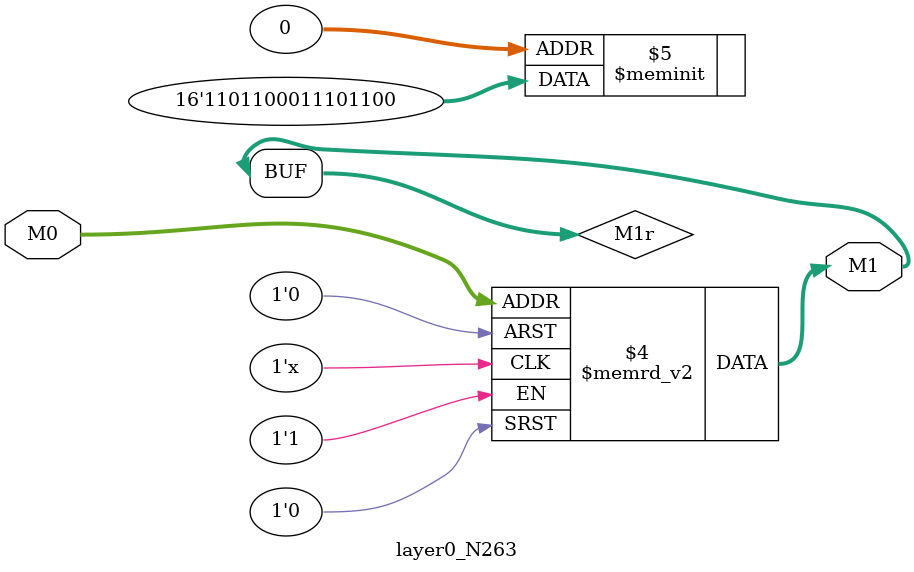
<source format=v>
module layer0_N263 ( input [2:0] M0, output [1:0] M1 );

	(*rom_style = "distributed" *) reg [1:0] M1r;
	assign M1 = M1r;
	always @ (M0) begin
		case (M0)
			3'b000: M1r = 2'b00;
			3'b100: M1r = 2'b00;
			3'b010: M1r = 2'b10;
			3'b110: M1r = 2'b01;
			3'b001: M1r = 2'b11;
			3'b101: M1r = 2'b10;
			3'b011: M1r = 2'b11;
			3'b111: M1r = 2'b11;

		endcase
	end
endmodule

</source>
